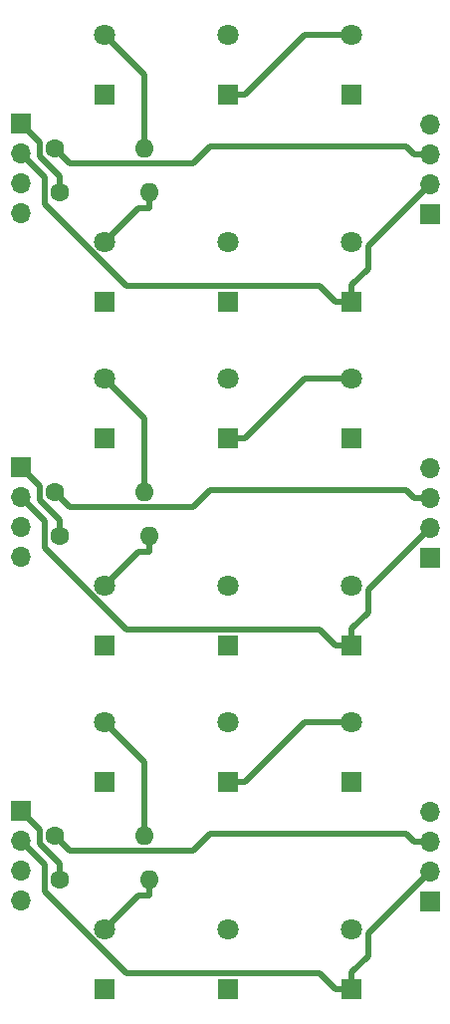
<source format=gbr>
G04 #@! TF.GenerationSoftware,KiCad,Pcbnew,(5.1.5-0-10_14)*
G04 #@! TF.CreationDate,2020-07-20T14:45:55+10:00*
G04 #@! TF.ProjectId,LED_Down_Multi,4c45445f-446f-4776-9e5f-4d756c74692e,rev?*
G04 #@! TF.SameCoordinates,Original*
G04 #@! TF.FileFunction,Copper,L2,Bot*
G04 #@! TF.FilePolarity,Positive*
%FSLAX46Y46*%
G04 Gerber Fmt 4.6, Leading zero omitted, Abs format (unit mm)*
G04 Created by KiCad (PCBNEW (5.1.5-0-10_14)) date 2020-07-20 14:45:55*
%MOMM*%
%LPD*%
G04 APERTURE LIST*
%ADD10O,1.600000X1.600000*%
%ADD11C,1.600000*%
%ADD12C,1.800000*%
%ADD13R,1.800000X1.800000*%
%ADD14O,1.700000X1.700000*%
%ADD15R,1.700000X1.700000*%
%ADD16C,0.500000*%
G04 APERTURE END LIST*
D10*
X186570000Y-116260000D03*
D11*
X178950000Y-116260000D03*
D12*
X183170000Y-106646000D03*
D13*
X183170000Y-111726000D03*
D14*
X176022000Y-121820000D03*
X176022000Y-119280000D03*
X176022000Y-116740000D03*
D15*
X176022000Y-114200000D03*
D12*
X193675000Y-106646000D03*
D13*
X193675000Y-111726000D03*
D10*
X186950000Y-120050000D03*
D11*
X179330000Y-120050000D03*
D12*
X183170000Y-124246000D03*
D13*
X183170000Y-129326000D03*
D12*
X193675000Y-124246000D03*
D13*
X193675000Y-129326000D03*
D12*
X204180000Y-124246000D03*
D13*
X204180000Y-129326000D03*
D14*
X210820000Y-114300000D03*
X210820000Y-116840000D03*
X210820000Y-119380000D03*
D15*
X210820000Y-121920000D03*
D12*
X204180000Y-106646000D03*
D13*
X204180000Y-111726000D03*
D15*
X176022000Y-84990000D03*
D14*
X176022000Y-87530000D03*
X176022000Y-90070000D03*
X176022000Y-92610000D03*
D15*
X210820000Y-92710000D03*
D14*
X210820000Y-90170000D03*
X210820000Y-87630000D03*
X210820000Y-85090000D03*
D11*
X179330000Y-90840000D03*
D10*
X186950000Y-90840000D03*
D11*
X178950000Y-87050000D03*
D10*
X186570000Y-87050000D03*
D13*
X183170000Y-100116000D03*
D12*
X183170000Y-95036000D03*
D13*
X193675000Y-100116000D03*
D12*
X193675000Y-95036000D03*
D13*
X204180000Y-100116000D03*
D12*
X204180000Y-95036000D03*
D13*
X183170000Y-82516000D03*
D12*
X183170000Y-77436000D03*
D13*
X193675000Y-82516000D03*
D12*
X193675000Y-77436000D03*
D13*
X204180000Y-82516000D03*
D12*
X204180000Y-77436000D03*
X204180000Y-48226000D03*
D13*
X204180000Y-53306000D03*
D12*
X193675000Y-48226000D03*
D13*
X193675000Y-53306000D03*
D12*
X183170000Y-48226000D03*
D13*
X183170000Y-53306000D03*
D12*
X204180000Y-65826000D03*
D13*
X204180000Y-70906000D03*
D12*
X193675000Y-65826000D03*
D13*
X193675000Y-70906000D03*
D12*
X183170000Y-65826000D03*
D13*
X183170000Y-70906000D03*
D10*
X186570000Y-57840000D03*
D11*
X178950000Y-57840000D03*
D10*
X186950000Y-61630000D03*
D11*
X179330000Y-61630000D03*
D14*
X210820000Y-55880000D03*
X210820000Y-58420000D03*
X210820000Y-60960000D03*
D15*
X210820000Y-63500000D03*
D14*
X176022000Y-63400000D03*
X176022000Y-60860000D03*
X176022000Y-58320000D03*
D15*
X176022000Y-55780000D03*
D16*
X186950000Y-61630000D02*
X186950000Y-62930000D01*
X186950000Y-62930000D02*
X186066000Y-62930000D01*
X186066000Y-62930000D02*
X183170000Y-65826000D01*
X186950000Y-90840000D02*
X186950000Y-92140000D01*
X186950000Y-92140000D02*
X186066000Y-92140000D01*
X186066000Y-92140000D02*
X183170000Y-95036000D01*
X186950000Y-121350000D02*
X186066000Y-121350000D01*
X186950000Y-120050000D02*
X186950000Y-121350000D01*
X186066000Y-121350000D02*
X183170000Y-124246000D01*
X186570000Y-57840000D02*
X186570000Y-51626000D01*
X186570000Y-51626000D02*
X183170000Y-48226000D01*
X186570000Y-87050000D02*
X186570000Y-80836000D01*
X186570000Y-80836000D02*
X183170000Y-77436000D01*
X186570000Y-110046000D02*
X183170000Y-106646000D01*
X186570000Y-116260000D02*
X186570000Y-110046000D01*
X193675000Y-53306000D02*
X195075000Y-53306000D01*
X195075000Y-53306000D02*
X200155000Y-48226000D01*
X200155000Y-48226000D02*
X204180000Y-48226000D01*
X193675000Y-82516000D02*
X195075000Y-82516000D01*
X195075000Y-82516000D02*
X200155000Y-77436000D01*
X200155000Y-77436000D02*
X204180000Y-77436000D01*
X195075000Y-111726000D02*
X200155000Y-106646000D01*
X193675000Y-111726000D02*
X195075000Y-111726000D01*
X200155000Y-106646000D02*
X204180000Y-106646000D01*
X176022000Y-58320000D02*
X178049500Y-60347500D01*
X178049500Y-60347500D02*
X178049500Y-62615300D01*
X178049500Y-62615300D02*
X184989800Y-69555600D01*
X184989800Y-69555600D02*
X201429600Y-69555600D01*
X201429600Y-69555600D02*
X202780000Y-70906000D01*
X204180000Y-70906000D02*
X204180000Y-69506000D01*
X210820000Y-60960000D02*
X205580000Y-66200000D01*
X205580000Y-66200000D02*
X205580000Y-68106000D01*
X205580000Y-68106000D02*
X204180000Y-69506000D01*
X204180000Y-70906000D02*
X202780000Y-70906000D01*
X178049500Y-91825300D02*
X184989800Y-98765600D01*
X176022000Y-87530000D02*
X178049500Y-89557500D01*
X178049500Y-89557500D02*
X178049500Y-91825300D01*
X184989800Y-98765600D02*
X201429600Y-98765600D01*
X201429600Y-98765600D02*
X202780000Y-100116000D01*
X204180000Y-100116000D02*
X204180000Y-98716000D01*
X210820000Y-90170000D02*
X205580000Y-95410000D01*
X205580000Y-95410000D02*
X205580000Y-97316000D01*
X205580000Y-97316000D02*
X204180000Y-98716000D01*
X204180000Y-100116000D02*
X202780000Y-100116000D01*
X178049500Y-121035300D02*
X184989800Y-127975600D01*
X204180000Y-129326000D02*
X202780000Y-129326000D01*
X205580000Y-124620000D02*
X205580000Y-126526000D01*
X210820000Y-119380000D02*
X205580000Y-124620000D01*
X205580000Y-126526000D02*
X204180000Y-127926000D01*
X201429600Y-127975600D02*
X202780000Y-129326000D01*
X176022000Y-116740000D02*
X178049500Y-118767500D01*
X178049500Y-118767500D02*
X178049500Y-121035300D01*
X184989800Y-127975600D02*
X201429600Y-127975600D01*
X204180000Y-129326000D02*
X204180000Y-127926000D01*
X210820000Y-58420000D02*
X209470000Y-58420000D01*
X178950000Y-57840000D02*
X180220000Y-59110000D01*
X180220000Y-59110000D02*
X190707800Y-59110000D01*
X190707800Y-59110000D02*
X192095100Y-57722700D01*
X192095100Y-57722700D02*
X208772700Y-57722700D01*
X208772700Y-57722700D02*
X209470000Y-58420000D01*
X210820000Y-87630000D02*
X209470000Y-87630000D01*
X178950000Y-87050000D02*
X180220000Y-88320000D01*
X180220000Y-88320000D02*
X190707800Y-88320000D01*
X190707800Y-88320000D02*
X192095100Y-86932700D01*
X192095100Y-86932700D02*
X208772700Y-86932700D01*
X208772700Y-86932700D02*
X209470000Y-87630000D01*
X208772700Y-116142700D02*
X209470000Y-116840000D01*
X192095100Y-116142700D02*
X208772700Y-116142700D01*
X180220000Y-117530000D02*
X190707800Y-117530000D01*
X178950000Y-116260000D02*
X180220000Y-117530000D01*
X210820000Y-116840000D02*
X209470000Y-116840000D01*
X190707800Y-117530000D02*
X192095100Y-116142700D01*
X176022000Y-55780000D02*
X177650500Y-57408500D01*
X177650500Y-57408500D02*
X177650500Y-58530500D01*
X177650500Y-58530500D02*
X179330000Y-60210000D01*
X179330000Y-60210000D02*
X179330000Y-61630000D01*
X176022000Y-84990000D02*
X177650500Y-86618500D01*
X177650500Y-86618500D02*
X177650500Y-87740500D01*
X177650500Y-87740500D02*
X179330000Y-89420000D01*
X179330000Y-89420000D02*
X179330000Y-90840000D01*
X179330000Y-118630000D02*
X179330000Y-120050000D01*
X177650500Y-116950500D02*
X179330000Y-118630000D01*
X176022000Y-114200000D02*
X177650500Y-115828500D01*
X177650500Y-115828500D02*
X177650500Y-116950500D01*
M02*

</source>
